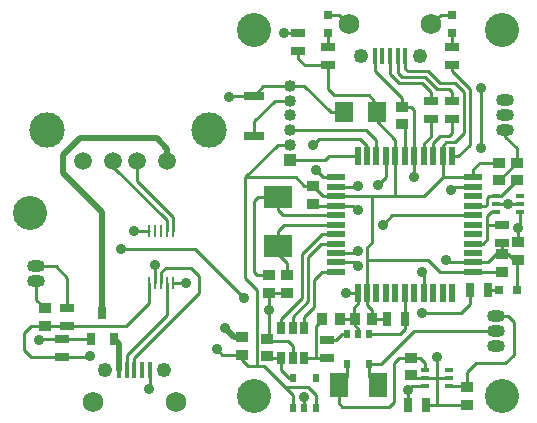
<source format=gtl>
G04 (created by PCBNEW (2013-07-07 BZR 4022)-stable) date 3/23/2015 10:09:48 AM*
%MOIN*%
G04 Gerber Fmt 3.4, Leading zero omitted, Abs format*
%FSLAX34Y34*%
G01*
G70*
G90*
G04 APERTURE LIST*
%ADD10C,0.00590551*%
%ADD11R,0.06X0.08*%
%ADD12R,0.045X0.025*%
%ADD13R,0.025X0.045*%
%ADD14O,0.059X0.042*%
%ADD15R,0.026X0.016*%
%ADD16R,0.0314X0.0314*%
%ADD17R,0.0945X0.0748*%
%ADD18R,0.063X0.071*%
%ADD19R,0.0394X0.0354*%
%ADD20R,0.0354X0.0394*%
%ADD21R,0.04X0.04*%
%ADD22C,0.04*%
%ADD23R,0.067X0.0315*%
%ADD24C,0.113386*%
%ADD25R,0.0196X0.059*%
%ADD26R,0.059X0.0196*%
%ADD27R,0.0157X0.0531*%
%ADD28C,0.0689*%
%ADD29C,0.0492*%
%ADD30C,0.0591*%
%ADD31C,0.1181*%
%ADD32R,0.0315X0.0394*%
%ADD33R,0.0106X0.0394*%
%ADD34R,0.0276X0.0394*%
%ADD35R,0.02X0.03*%
%ADD36C,0.035*%
%ADD37C,0.01*%
%ADD38C,0.019685*%
G04 APERTURE END LIST*
G54D10*
G54D11*
X82342Y-77598D03*
X83642Y-77598D03*
G54D12*
X81988Y-66333D03*
X81988Y-66933D03*
X81948Y-76077D03*
X81948Y-76677D03*
G54D13*
X87307Y-74409D03*
X86707Y-74409D03*
G54D12*
X87795Y-72239D03*
X87795Y-72839D03*
G54D13*
X83951Y-75393D03*
X84551Y-75393D03*
G54D12*
X86122Y-66333D03*
X86122Y-66933D03*
X86122Y-68105D03*
X86122Y-68705D03*
X85433Y-68105D03*
X85433Y-68705D03*
X81003Y-66441D03*
X81003Y-65841D03*
G54D14*
X87893Y-69094D03*
X87893Y-68594D03*
X87893Y-68094D03*
X87598Y-75295D03*
X87598Y-75795D03*
X87598Y-76295D03*
G54D15*
X87592Y-71295D03*
X87592Y-71815D03*
X87592Y-71555D03*
X88392Y-71815D03*
X88392Y-71295D03*
X88392Y-71555D03*
X85229Y-77102D03*
X85229Y-77622D03*
X85229Y-77362D03*
X86029Y-77622D03*
X86029Y-77102D03*
X86029Y-77362D03*
G54D16*
X86122Y-65846D03*
X86122Y-65256D03*
X87697Y-74409D03*
X88287Y-74409D03*
X81988Y-65846D03*
X81988Y-65256D03*
G54D17*
X80314Y-72952D03*
X80314Y-71338D03*
G54D18*
X82520Y-68503D03*
X83620Y-68503D03*
G54D19*
X86614Y-78248D03*
X86614Y-77656D03*
X88287Y-70176D03*
X88287Y-70768D03*
X81496Y-71555D03*
X81496Y-70963D03*
X79133Y-75983D03*
X79133Y-76575D03*
X87795Y-73227D03*
X87795Y-73819D03*
G54D20*
X82382Y-75393D03*
X81790Y-75393D03*
G54D19*
X80019Y-74508D03*
X80019Y-73916D03*
X84448Y-68898D03*
X84448Y-68306D03*
X80610Y-74508D03*
X80610Y-73916D03*
X79940Y-76042D03*
X79940Y-76634D03*
X84744Y-77264D03*
X84744Y-76672D03*
X88326Y-73425D03*
X88326Y-72833D03*
G54D21*
X80708Y-70078D03*
G54D22*
X80708Y-69586D03*
X80708Y-69094D03*
X80708Y-68602D03*
X80708Y-68110D03*
X80708Y-67618D03*
G54D23*
X79527Y-69291D03*
X79527Y-67951D03*
G54D24*
X79527Y-77952D03*
X87795Y-77952D03*
X87795Y-65748D03*
X79527Y-65748D03*
G54D13*
X84640Y-78248D03*
X85240Y-78248D03*
G54D25*
X86121Y-69961D03*
X85806Y-69961D03*
X85491Y-69961D03*
X85176Y-69961D03*
X84861Y-69961D03*
X84547Y-69961D03*
X84233Y-69961D03*
X83918Y-69961D03*
X83603Y-69961D03*
X83288Y-69961D03*
X82973Y-69961D03*
G54D26*
X82264Y-70670D03*
X82264Y-70985D03*
X82264Y-71300D03*
X82264Y-71615D03*
X82264Y-71930D03*
X82264Y-72244D03*
X82264Y-72558D03*
X82264Y-72873D03*
X82264Y-73188D03*
X82264Y-73503D03*
X82264Y-73818D03*
G54D25*
X82973Y-74527D03*
X83288Y-74527D03*
X83603Y-74527D03*
X83918Y-74527D03*
X84233Y-74527D03*
X84547Y-74527D03*
X84861Y-74527D03*
X85176Y-74527D03*
X85491Y-74527D03*
X85806Y-74527D03*
X86121Y-74527D03*
G54D26*
X86830Y-73818D03*
X86830Y-73503D03*
X86830Y-73188D03*
X86830Y-72873D03*
X86830Y-72558D03*
X86830Y-72244D03*
X86830Y-71930D03*
X86830Y-71615D03*
X86830Y-71300D03*
X86830Y-70985D03*
X86830Y-70670D03*
G54D20*
X82873Y-75393D03*
X83465Y-75393D03*
G54D27*
X84567Y-66633D03*
X84311Y-66633D03*
X84055Y-66633D03*
X83799Y-66633D03*
X83543Y-66633D03*
G54D28*
X85433Y-65570D03*
G54D29*
X85039Y-66633D03*
X83071Y-66633D03*
G54D28*
X82677Y-65570D03*
G54D19*
X87677Y-70768D03*
X87677Y-70176D03*
G54D30*
X73836Y-70137D03*
X74836Y-70137D03*
X75636Y-70137D03*
X76636Y-70137D03*
G54D31*
X72636Y-69087D03*
X78036Y-69087D03*
G54D12*
X73110Y-76658D03*
X73110Y-76058D03*
G54D32*
X74468Y-75196D03*
X74843Y-76062D03*
X74093Y-76062D03*
G54D27*
X75019Y-77086D03*
X75275Y-77086D03*
X75531Y-77086D03*
X75787Y-77086D03*
X76043Y-77086D03*
G54D28*
X74153Y-78149D03*
G54D29*
X74547Y-77086D03*
X76515Y-77086D03*
G54D28*
X76909Y-78149D03*
G54D33*
X76020Y-74192D03*
X76220Y-74192D03*
X76420Y-74192D03*
X76620Y-74192D03*
X76820Y-74192D03*
X76820Y-72442D03*
X76620Y-72442D03*
X76420Y-72442D03*
X76220Y-72442D03*
X76020Y-72442D03*
G54D12*
X73287Y-75034D03*
X73287Y-75634D03*
G54D19*
X72539Y-75038D03*
X72539Y-75630D03*
G54D14*
X72244Y-73633D03*
X72244Y-74122D03*
G54D24*
X72047Y-71850D03*
G54D34*
X80432Y-75681D03*
X80807Y-75681D03*
X81182Y-75681D03*
X81182Y-76681D03*
X80807Y-76681D03*
X80432Y-76681D03*
G54D35*
X83367Y-75897D03*
X82617Y-75897D03*
X83367Y-76897D03*
X82992Y-75897D03*
X82617Y-76897D03*
X80825Y-78354D03*
X81575Y-78354D03*
X80825Y-77354D03*
X81200Y-78354D03*
X81575Y-77354D03*
G54D36*
X87086Y-67696D03*
X87086Y-69685D03*
X81200Y-77972D03*
X80019Y-75098D03*
X78700Y-67972D03*
X85629Y-76653D03*
X78562Y-75688D03*
X76023Y-77736D03*
X76220Y-73602D03*
X77263Y-74192D03*
X86102Y-71082D03*
X84842Y-70669D03*
X85925Y-73425D03*
X87992Y-71555D03*
X82578Y-74507D03*
X82972Y-71751D03*
X85137Y-75196D03*
X85137Y-73818D03*
X84645Y-77755D03*
X72362Y-76082D03*
X83661Y-70925D03*
X75531Y-72440D03*
X81594Y-70433D03*
X83818Y-72244D03*
X79192Y-74704D03*
X75078Y-73070D03*
X88326Y-72342D03*
X81496Y-69586D03*
X82972Y-73622D03*
X82972Y-73129D03*
X82972Y-70964D03*
X80511Y-65846D03*
X74055Y-76633D03*
X78287Y-76397D03*
G54D37*
X87086Y-67696D02*
X87086Y-69685D01*
X84547Y-74527D02*
X84547Y-75388D01*
X84547Y-75388D02*
X84551Y-75393D01*
X84551Y-75393D02*
X84551Y-75723D01*
X84551Y-75723D02*
X84377Y-75897D01*
X84377Y-75897D02*
X83367Y-75897D01*
X82264Y-73818D02*
X81792Y-73818D01*
X81182Y-75333D02*
X81182Y-75681D01*
X81515Y-75000D02*
X81182Y-75333D01*
X81515Y-74094D02*
X81515Y-75000D01*
X81792Y-73818D02*
X81515Y-74094D01*
X81200Y-78248D02*
X81200Y-77972D01*
X82873Y-75393D02*
X82873Y-75589D01*
X82992Y-75708D02*
X82992Y-75897D01*
X82873Y-75589D02*
X82992Y-75708D01*
X80807Y-76681D02*
X80807Y-76279D01*
X80019Y-76062D02*
X80019Y-75098D01*
X80019Y-75098D02*
X80019Y-74508D01*
X80079Y-76122D02*
X80019Y-76062D01*
X80649Y-76122D02*
X80079Y-76122D01*
X80807Y-76279D02*
X80649Y-76122D01*
X72244Y-74122D02*
X72244Y-74743D01*
X72244Y-74743D02*
X72539Y-75038D01*
X79527Y-67951D02*
X78721Y-67951D01*
X78721Y-67951D02*
X78700Y-67972D01*
X85629Y-77362D02*
X85629Y-76653D01*
G54D38*
X79133Y-75983D02*
X78857Y-75983D01*
X78857Y-75983D02*
X78562Y-75688D01*
G54D37*
X76043Y-77086D02*
X76043Y-77716D01*
X76043Y-77716D02*
X76023Y-77736D01*
X76220Y-74192D02*
X76220Y-73602D01*
X76820Y-74192D02*
X77263Y-74192D01*
X86830Y-70985D02*
X86199Y-70985D01*
X86199Y-70985D02*
X86102Y-71082D01*
X87893Y-69094D02*
X87893Y-69311D01*
X88287Y-69704D02*
X88287Y-70176D01*
X87893Y-69311D02*
X88287Y-69704D01*
X87677Y-70768D02*
X87695Y-70768D01*
X87695Y-70768D02*
X88287Y-70176D01*
X85629Y-77362D02*
X85629Y-78248D01*
X85629Y-78248D02*
X85241Y-78248D01*
X85241Y-78248D02*
X85240Y-78248D01*
X85229Y-77362D02*
X84841Y-77362D01*
X84841Y-77362D02*
X84744Y-77264D01*
X82382Y-75393D02*
X82874Y-75393D01*
X82874Y-75393D02*
X82869Y-75393D01*
X84861Y-69961D02*
X84861Y-70650D01*
X84861Y-70650D02*
X84842Y-70669D01*
X86830Y-73503D02*
X86003Y-73503D01*
X86003Y-73503D02*
X85925Y-73425D01*
X87795Y-73227D02*
X87991Y-73227D01*
X87991Y-73227D02*
X88189Y-73425D01*
X87795Y-73227D02*
X87795Y-72839D01*
X87795Y-73227D02*
X87599Y-73227D01*
X87323Y-73503D02*
X86830Y-73503D01*
X87599Y-73227D02*
X87323Y-73503D01*
X88392Y-71555D02*
X87992Y-71555D01*
X87992Y-71555D02*
X87592Y-71555D01*
X88287Y-74409D02*
X88287Y-73524D01*
X85229Y-77362D02*
X85629Y-77362D01*
X85629Y-77362D02*
X86029Y-77362D01*
X82520Y-68503D02*
X82086Y-68503D01*
X81200Y-67618D02*
X80708Y-67618D01*
X82086Y-68503D02*
X81200Y-67618D01*
X82973Y-74527D02*
X82597Y-74527D01*
X82597Y-74527D02*
X82578Y-74507D01*
X82869Y-75393D02*
X82869Y-75004D01*
X82973Y-74900D02*
X82973Y-74527D01*
X82869Y-75004D02*
X82973Y-74900D01*
X80019Y-74508D02*
X80610Y-74508D01*
X84743Y-68306D02*
X84448Y-68306D01*
X86122Y-65256D02*
X85747Y-65256D01*
X85747Y-65256D02*
X85433Y-65570D01*
X83543Y-66633D02*
X83543Y-67106D01*
X84448Y-68011D02*
X84448Y-68307D01*
X84153Y-67716D02*
X84448Y-68011D01*
X84153Y-67716D02*
X84153Y-67716D01*
X83543Y-67106D02*
X84153Y-67716D01*
X81988Y-65256D02*
X82362Y-65256D01*
X82362Y-65256D02*
X82677Y-65570D01*
X80708Y-67618D02*
X79822Y-67618D01*
X79822Y-67618D02*
X79527Y-67951D01*
X84861Y-69961D02*
X84861Y-68424D01*
X84861Y-68424D02*
X84743Y-68306D01*
X82264Y-71615D02*
X82835Y-71615D01*
X82835Y-71615D02*
X82972Y-71751D01*
X82264Y-71615D02*
X81633Y-71615D01*
X81633Y-71615D02*
X81496Y-71555D01*
X86614Y-78248D02*
X85629Y-78248D01*
X88189Y-73425D02*
X88385Y-73425D01*
X88287Y-73524D02*
X88385Y-73425D01*
X86121Y-69961D02*
X86319Y-69968D01*
X86122Y-67125D02*
X86122Y-66933D01*
X86712Y-67716D02*
X86122Y-67125D01*
X86712Y-69586D02*
X86712Y-67716D01*
X86319Y-69968D02*
X86712Y-69586D01*
X85137Y-75196D02*
X86417Y-75196D01*
X86712Y-74901D02*
X86707Y-74409D01*
X86417Y-75196D02*
X86712Y-74901D01*
X84645Y-77755D02*
X84645Y-78243D01*
X85229Y-77622D02*
X84779Y-77622D01*
X84645Y-78243D02*
X84640Y-78248D01*
X85176Y-73857D02*
X85137Y-73818D01*
X85176Y-74527D02*
X85176Y-73857D01*
X84779Y-77622D02*
X84645Y-77755D01*
G54D38*
X76636Y-70137D02*
X76636Y-69707D01*
X76636Y-69707D02*
X76299Y-69370D01*
X76299Y-69370D02*
X73720Y-69370D01*
X73720Y-69370D02*
X73169Y-69921D01*
X73169Y-69921D02*
X73169Y-70531D01*
X73169Y-70531D02*
X74468Y-71830D01*
X74468Y-71830D02*
X74468Y-75196D01*
G54D37*
X83918Y-69961D02*
X83918Y-70668D01*
X72386Y-76058D02*
X73110Y-76058D01*
X72362Y-76082D02*
X72386Y-76058D01*
X83918Y-70668D02*
X83661Y-70925D01*
X73110Y-76058D02*
X74088Y-76058D01*
X74088Y-76058D02*
X74093Y-76062D01*
G54D38*
X75019Y-77086D02*
X75019Y-76238D01*
X75019Y-76238D02*
X74843Y-76062D01*
G54D37*
X75636Y-70137D02*
X75636Y-70793D01*
X76820Y-71977D02*
X76820Y-72442D01*
X75636Y-70793D02*
X76820Y-71977D01*
X74836Y-70137D02*
X74836Y-70308D01*
X76620Y-72092D02*
X76620Y-72442D01*
X74836Y-70308D02*
X76620Y-72092D01*
X82264Y-70670D02*
X81831Y-70670D01*
X75533Y-72442D02*
X76020Y-72442D01*
X75531Y-72440D02*
X75533Y-72442D01*
X81831Y-70670D02*
X81594Y-70433D01*
X72244Y-73633D02*
X72905Y-73633D01*
X73287Y-74015D02*
X73287Y-75034D01*
X72905Y-73633D02*
X73287Y-74015D01*
X86830Y-71930D02*
X84132Y-71930D01*
X84132Y-71930D02*
X83818Y-72244D01*
X79192Y-74704D02*
X77559Y-73070D01*
X77559Y-73070D02*
X75078Y-73070D01*
X80825Y-77354D02*
X80700Y-77354D01*
X80432Y-77085D02*
X80432Y-76681D01*
X80700Y-77354D02*
X80432Y-77085D01*
X80432Y-76681D02*
X79987Y-76681D01*
X79987Y-76681D02*
X79940Y-76634D01*
X87592Y-71295D02*
X87760Y-71295D01*
X87760Y-71295D02*
X88287Y-70768D01*
X86830Y-71615D02*
X87243Y-71615D01*
X87366Y-71295D02*
X87592Y-71295D01*
X87303Y-71358D02*
X87366Y-71295D01*
X87303Y-71555D02*
X87303Y-71358D01*
X87243Y-71615D02*
X87303Y-71555D01*
X76620Y-74192D02*
X76620Y-75249D01*
X75275Y-76594D02*
X75275Y-77086D01*
X76620Y-75249D02*
X75275Y-76594D01*
X76420Y-74192D02*
X76420Y-73835D01*
X75531Y-76673D02*
X75531Y-77086D01*
X77696Y-74507D02*
X75531Y-76673D01*
X77696Y-73956D02*
X77696Y-74507D01*
X77421Y-73681D02*
X77696Y-73956D01*
X76574Y-73681D02*
X77421Y-73681D01*
X76420Y-73835D02*
X76574Y-73681D01*
X88326Y-72342D02*
X88326Y-72774D01*
X88326Y-72774D02*
X88385Y-72833D01*
X88392Y-71815D02*
X88392Y-72277D01*
X88392Y-72277D02*
X88326Y-72342D01*
X86614Y-77656D02*
X86614Y-77165D01*
X86614Y-77165D02*
X86909Y-76870D01*
X86579Y-77622D02*
X86614Y-77656D01*
X86909Y-76870D02*
X87893Y-76870D01*
X87992Y-75295D02*
X87598Y-75295D01*
X88188Y-75492D02*
X87992Y-75295D01*
X88188Y-76574D02*
X88188Y-75492D01*
X87893Y-76870D02*
X88188Y-76574D01*
X86029Y-77622D02*
X86579Y-77622D01*
X80708Y-70078D02*
X81889Y-70078D01*
X82007Y-69961D02*
X82973Y-69961D01*
X81889Y-70078D02*
X82007Y-69961D01*
X83288Y-69961D02*
X83288Y-69607D01*
X81692Y-69389D02*
X81496Y-69586D01*
X83070Y-69389D02*
X81692Y-69389D01*
X83288Y-69607D02*
X83070Y-69389D01*
X81496Y-69094D02*
X80708Y-69094D01*
X81496Y-69094D02*
X81496Y-69094D01*
X83267Y-69094D02*
X81496Y-69094D01*
X83603Y-69961D02*
X83603Y-69430D01*
X83603Y-69430D02*
X83267Y-69094D01*
X87795Y-72239D02*
X87303Y-72239D01*
X87303Y-72239D02*
X87303Y-72244D01*
X86830Y-72873D02*
X87166Y-72873D01*
X87436Y-71815D02*
X87592Y-71815D01*
X87303Y-71948D02*
X87436Y-71815D01*
X87303Y-72736D02*
X87303Y-72244D01*
X87303Y-72244D02*
X87303Y-71948D01*
X87166Y-72873D02*
X87303Y-72736D01*
X84547Y-69980D02*
X84547Y-68996D01*
X84547Y-68996D02*
X84448Y-68897D01*
X85236Y-67322D02*
X85629Y-67716D01*
X85236Y-67322D02*
X84448Y-67322D01*
X84448Y-67322D02*
X84311Y-67185D01*
X84311Y-66633D02*
X84311Y-67185D01*
X86122Y-67814D02*
X86122Y-68105D01*
X86023Y-67716D02*
X86122Y-67814D01*
X85629Y-67716D02*
X86023Y-67716D01*
X81988Y-66333D02*
X81988Y-65846D01*
X85491Y-69961D02*
X85491Y-69528D01*
X85491Y-69528D02*
X85728Y-69291D01*
X86122Y-69192D02*
X86122Y-68705D01*
X86023Y-69291D02*
X86122Y-69192D01*
X85728Y-69291D02*
X86023Y-69291D01*
X85433Y-68105D02*
X85433Y-67814D01*
X84055Y-67224D02*
X84055Y-66633D01*
X84350Y-67519D02*
X84055Y-67224D01*
X85137Y-67519D02*
X84350Y-67519D01*
X85433Y-67814D02*
X85137Y-67519D01*
X82853Y-73503D02*
X82972Y-73622D01*
X82264Y-73503D02*
X82853Y-73503D01*
X86122Y-65846D02*
X86122Y-66333D01*
X80314Y-72952D02*
X80314Y-73228D01*
X80610Y-73523D02*
X80610Y-73916D01*
X80314Y-73228D02*
X80610Y-73523D01*
X82264Y-72244D02*
X80511Y-72244D01*
X80314Y-72440D02*
X80314Y-72952D01*
X80511Y-72244D02*
X80314Y-72440D01*
X85176Y-69961D02*
X85176Y-69548D01*
X85433Y-69291D02*
X85433Y-68705D01*
X85176Y-69548D02*
X85433Y-69291D01*
X87307Y-74409D02*
X87697Y-74409D01*
X80314Y-71338D02*
X79645Y-71338D01*
X79625Y-73916D02*
X80019Y-73916D01*
X79527Y-73818D02*
X79625Y-73916D01*
X79527Y-71456D02*
X79527Y-73818D01*
X79645Y-71338D02*
X79527Y-71456D01*
X82264Y-71930D02*
X80493Y-71930D01*
X80314Y-71751D02*
X80314Y-71338D01*
X80493Y-71930D02*
X80314Y-71751D01*
X82342Y-77598D02*
X82342Y-78188D01*
X84370Y-76672D02*
X84744Y-76672D01*
X84173Y-76870D02*
X84370Y-76672D01*
X84173Y-78169D02*
X84173Y-76870D01*
X84035Y-78307D02*
X84173Y-78169D01*
X82460Y-78307D02*
X84035Y-78307D01*
X82342Y-78188D02*
X82460Y-78307D01*
X82617Y-76897D02*
X82617Y-77323D01*
X82617Y-77323D02*
X82342Y-77598D01*
X85229Y-77102D02*
X85229Y-76863D01*
X85229Y-76863D02*
X85038Y-76672D01*
X85038Y-76672D02*
X84744Y-76672D01*
X82264Y-73188D02*
X82914Y-73188D01*
X82914Y-73188D02*
X82972Y-73129D01*
X83367Y-76897D02*
X83367Y-77323D01*
X83367Y-77323D02*
X83642Y-77598D01*
X87598Y-75795D02*
X84854Y-75795D01*
X83751Y-76897D02*
X83367Y-76897D01*
X84854Y-75795D02*
X83751Y-76897D01*
X81948Y-76077D02*
X82268Y-76077D01*
X82448Y-75897D02*
X82617Y-75897D01*
X82268Y-76077D02*
X82448Y-75897D01*
X81790Y-75393D02*
X81790Y-75414D01*
X81594Y-75610D02*
X81594Y-76673D01*
X81790Y-75414D02*
X81594Y-75610D01*
X82086Y-76673D02*
X81594Y-76673D01*
X81594Y-76673D02*
X81189Y-76673D01*
X81189Y-76673D02*
X81182Y-76681D01*
X82951Y-70985D02*
X82972Y-70964D01*
X82264Y-70985D02*
X82951Y-70985D01*
X80516Y-65841D02*
X81003Y-65841D01*
X80511Y-65846D02*
X80516Y-65841D01*
X79527Y-69291D02*
X79527Y-69259D01*
X79527Y-69259D02*
X79527Y-68799D01*
X79527Y-68799D02*
X80216Y-68110D01*
X80216Y-68110D02*
X80708Y-68110D01*
X82264Y-72558D02*
X81772Y-72558D01*
X80432Y-75394D02*
X80432Y-75681D01*
X81122Y-74704D02*
X80432Y-75394D01*
X81122Y-73208D02*
X81122Y-74704D01*
X81772Y-72558D02*
X81122Y-73208D01*
X82264Y-72873D02*
X81752Y-72873D01*
X80807Y-75314D02*
X80807Y-75681D01*
X81318Y-74803D02*
X80807Y-75314D01*
X81318Y-73307D02*
X81318Y-74803D01*
X81752Y-72873D02*
X81318Y-73307D01*
X72539Y-75630D02*
X72085Y-75630D01*
X72091Y-76658D02*
X73110Y-76658D01*
X71870Y-76437D02*
X72091Y-76658D01*
X71870Y-75846D02*
X71870Y-76437D01*
X72085Y-75630D02*
X71870Y-75846D01*
X73287Y-75634D02*
X72543Y-75634D01*
X72543Y-75634D02*
X72539Y-75630D01*
X76020Y-74192D02*
X76020Y-74865D01*
X75251Y-75634D02*
X73287Y-75634D01*
X76020Y-74865D02*
X75251Y-75634D01*
X79625Y-76968D02*
X79843Y-76968D01*
X80541Y-77647D02*
X81309Y-77647D01*
X81575Y-77914D02*
X81575Y-78354D01*
X81309Y-77647D02*
X81575Y-77914D01*
X80825Y-77932D02*
X80825Y-78354D01*
X79842Y-76968D02*
X79843Y-76968D01*
X79843Y-76968D02*
X80541Y-77647D01*
X80541Y-77647D02*
X80825Y-77932D01*
X73110Y-76658D02*
X74030Y-76658D01*
X74030Y-76658D02*
X74055Y-76633D01*
X78287Y-76397D02*
X78465Y-76575D01*
X78465Y-76575D02*
X79133Y-76575D01*
X81496Y-70963D02*
X81200Y-70963D01*
X80905Y-70669D02*
X79232Y-70669D01*
X81200Y-70963D02*
X80905Y-70669D01*
X82264Y-71300D02*
X81832Y-71300D01*
X83464Y-71300D02*
X82264Y-71300D01*
X79625Y-74409D02*
X79625Y-76948D01*
X79625Y-76948D02*
X79625Y-76968D01*
X79232Y-74015D02*
X79625Y-74409D01*
X79232Y-70669D02*
X79232Y-74015D01*
X80314Y-69586D02*
X79232Y-70669D01*
X81832Y-71300D02*
X81496Y-70964D01*
X86830Y-73818D02*
X85727Y-73818D01*
X85334Y-73425D02*
X83288Y-73425D01*
X85727Y-73818D02*
X85334Y-73425D01*
X83288Y-74527D02*
X83288Y-73425D01*
X83288Y-73425D02*
X83288Y-73010D01*
X83464Y-72834D02*
X83464Y-71300D01*
X83288Y-73010D02*
X83464Y-72834D01*
X84233Y-71300D02*
X83464Y-71300D01*
X87795Y-73819D02*
X86831Y-73819D01*
X86831Y-73819D02*
X86830Y-73818D01*
X85195Y-71300D02*
X84233Y-71300D01*
X86830Y-70670D02*
X86830Y-70394D01*
X87047Y-70176D02*
X87677Y-70176D01*
X86830Y-70394D02*
X87047Y-70176D01*
X83288Y-74922D02*
X83288Y-74527D01*
X80708Y-69586D02*
X80314Y-69586D01*
X79133Y-76771D02*
X79133Y-76575D01*
X79330Y-76968D02*
X79133Y-76771D01*
X79625Y-76968D02*
X79330Y-76968D01*
X83469Y-75393D02*
X83469Y-75103D01*
X83469Y-75103D02*
X83288Y-74922D01*
X83951Y-75393D02*
X83469Y-75393D01*
X84233Y-69961D02*
X84233Y-69411D01*
X84233Y-69411D02*
X83620Y-68799D01*
X84233Y-69961D02*
X84233Y-71300D01*
X85806Y-69961D02*
X85806Y-70650D01*
X85806Y-70650D02*
X85825Y-70670D01*
X86830Y-70670D02*
X85825Y-70670D01*
X85825Y-70670D02*
X85195Y-71300D01*
X83620Y-68700D02*
X83620Y-68266D01*
X83620Y-68266D02*
X83366Y-67913D01*
X83366Y-67913D02*
X82185Y-67913D01*
X82185Y-67913D02*
X81988Y-67716D01*
X81988Y-67716D02*
X81988Y-66933D01*
X85806Y-69961D02*
X85806Y-69607D01*
X85806Y-69607D02*
X85925Y-69488D01*
X85925Y-69488D02*
X86220Y-69488D01*
X86220Y-69488D02*
X86515Y-69192D01*
X86515Y-69192D02*
X86515Y-67814D01*
X86515Y-67814D02*
X86220Y-67519D01*
X86220Y-67519D02*
X85728Y-67519D01*
X85728Y-67519D02*
X85334Y-67125D01*
X85334Y-67125D02*
X84645Y-67125D01*
X84645Y-67125D02*
X84567Y-67047D01*
X84567Y-67047D02*
X84567Y-66633D01*
X81003Y-66441D02*
X81003Y-66732D01*
X81205Y-66933D02*
X81988Y-66933D01*
X81003Y-66732D02*
X81205Y-66933D01*
M02*

</source>
